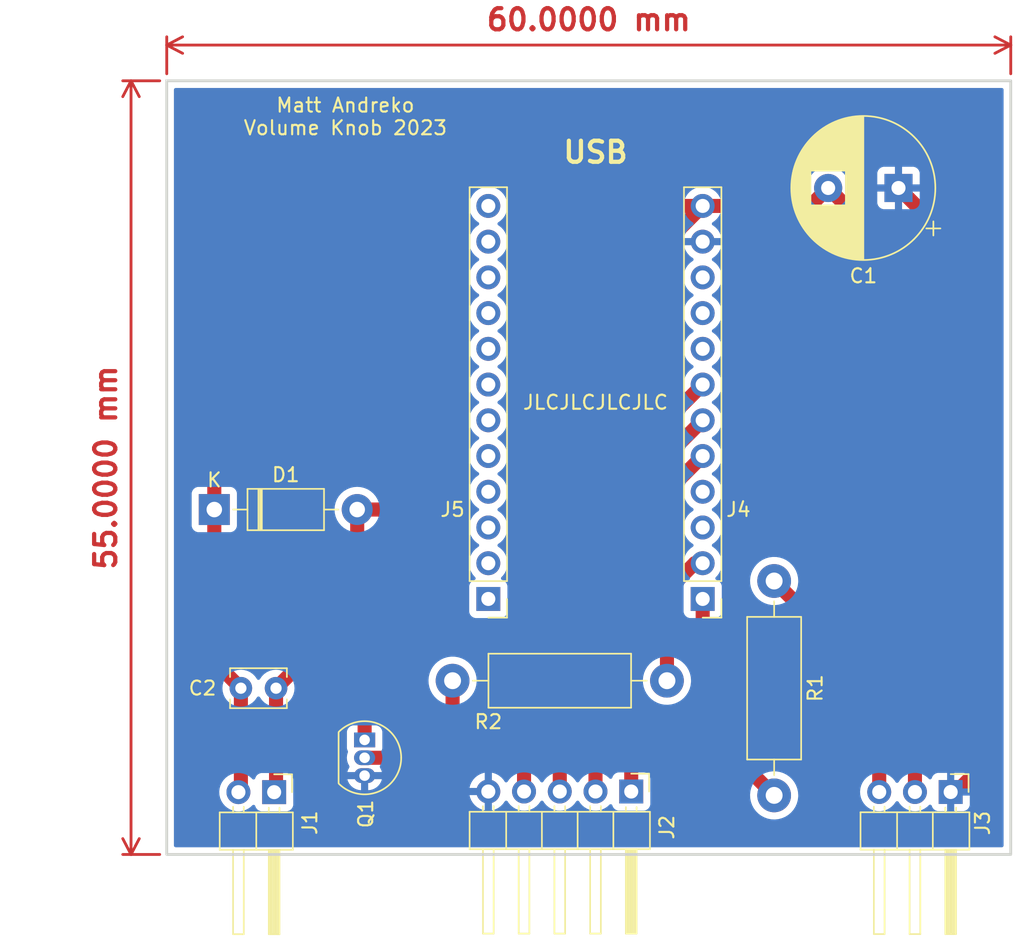
<source format=kicad_pcb>
(kicad_pcb (version 20211014) (generator pcbnew)
  (layers (0 "F.Cu" signal) (31 "B.Cu" signal) (34 "B.Paste" user) (35 "F.Paste" user) (36 "B.SilkS" user "B.Silkscreen") (37 "F.SilkS" user "F.Silkscreen") (38 "B.Mask" user) (39 "F.Mask" user) (44 "Edge.Cuts" user))
  (net 0 "")
  (net 1 "Net-(C2-Pad1)")
  (net 2 "GND")
  (net 4 "Net-(Q1-Pad2)")
  (net 5 "+5V")
  (net 6 "A0")
  (net 7 "A1")
  (net 8 "A2")
  (net 14 "LED_SIGNAL")
  (net 15 "MOTOR_SIGNAL")
  (net 27 "Net-(R1-Pad1)")
  (footprint "Diode_THT:D_DO-41_SOD81_P10.16mm_Horizontal" (layer "F.Cu") (at 51.64 55.88)
    (fp_text reference "D1" (at 5.08 -2.47) (layer "F.SilkS"))
    (fp_text value "1N4007")
    (fp_text user "K" (at 0 -2.1) (layer "F.SilkS"))
    (fp_line (start 7.8 1.47) (end 7.8 -1.47) (layer "F.SilkS") (width 0.12))
    (fp_line (start 3.14 -1.47) (end 3.14 1.47) (layer "F.SilkS") (width 0.12))
    (fp_line (start 3.38 -1.47) (end 3.38 1.47) (layer "F.SilkS") (width 0.12))
    (fp_line (start 3.26 -1.47) (end 3.26 1.47) (layer "F.SilkS") (width 0.12))
    (fp_line (start 1.34 0) (end 2.36 0) (layer "F.SilkS") (width 0.12))
    (fp_line (start 8.82 0) (end 7.8 0) (layer "F.SilkS") (width 0.12))
    (fp_line (start 2.36 -1.47) (end 2.36 1.47) (layer "F.SilkS") (width 0.12))
    (fp_line (start 7.8 -1.47) (end 2.36 -1.47) (layer "F.SilkS") (width 0.12))
    (fp_line (start 2.36 1.47) (end 7.8 1.47) (layer "F.SilkS") (width 0.12))
    (pad "1" thru_hole rect locked (at 0 0) (size 2.2 2.2) (drill 1.1) (layers *.Cu *.Mask) (net 5 "+5V"))
    (pad "2" thru_hole oval locked (at 10.16 0) (size 2.2 2.2) (drill 1.1) (layers *.Cu *.Mask) (net 1 "Net-(C2-Pad1)"))
  )
  (footprint "Package_TO_SOT_THT:TO-92_Inline" (layer "F.Cu") (at 62.326408 72.255457 -90)
    (fp_text reference "Q1" (at 5.262849 -0.081071 90) (layer "F.SilkS"))
    (fp_text value "BC547")
    (fp_line (start -0.53 1.85) (end 3.07 1.85) (layer "F.SilkS") (width 0.12))
    (fp_arc (start 1.27 -2.6) (mid 3.672087 -0.994977) (end 3.108478 1.838478) (layer "F.SilkS") (width 0.12))
    (fp_arc (start -0.568478 1.838478) (mid -1.132087 -0.994977) (end 1.27 -2.6) (layer "F.SilkS") (width 0.12))
    (pad "1" thru_hole rect locked (at 0 0 270) (size 1.05 1.5) (drill 0.75) (layers *.Cu *.Mask) (net 1 "Net-(C2-Pad1)"))
    (pad "2" thru_hole oval locked (at 1.27 0 270) (size 1.05 1.5) (drill 0.75) (layers *.Cu *.Mask) (net 4 "Net-(Q1-Pad2)"))
    (pad "3" thru_hole oval locked (at 2.54 0 270) (size 1.05 1.5) (drill 0.75) (layers *.Cu *.Mask) (net 2 "GND"))
  )
  (footprint "Capacitor_THT:CP_Radial_D10.0mm_P5.00mm" (layer "F.Cu") (at 100.28 33.02 180)
    (fp_text reference "C1" (at 2.5 -6.25) (layer "F.SilkS"))
    (fp_text value "1000µF")
    (fp_line (start 2.98 -5.058) (end 2.98 5.058) (layer "F.SilkS") (width 0.12))
    (fp_line (start 4.061 -4.837) (end 4.061 -1.241) (layer "F.SilkS") (width 0.12))
    (fp_line (start 4.821 -4.525) (end 4.821 -1.241) (layer "F.SilkS") (width 0.12))
    (fp_line (start 3.781 -4.918) (end 3.781 -1.241) (layer "F.SilkS") (width 0.12))
    (fp_line (start 5.661 -3.989) (end 5.661 -1.241) (layer "F.SilkS") (width 0.12))
    (fp_line (start 5.541 1.241) (end 5.541 4.08) (layer "F.SilkS") (width 0.12))
    (fp_line (start 4.581 1.241) (end 4.581 4.639) (layer "F.SilkS") (width 0.12))
    (fp_line (start 5.501 1.241) (end 5.501 4.11) (layer "F.SilkS") (width 0.12))
    (fp_line (start 6.021 -3.679) (end 6.021 -1.241) (layer "F.SilkS") (width 0.12))
    (fp_line (start 5.661 1.241) (end 5.661 3.989) (layer "F.SilkS") (width 0.12))
    (fp_line (start 5.821 -3.858) (end 5.821 -1.241) (layer "F.SilkS") (width 0.12))
    (fp_line (start 7.541 -0.862) (end 7.541 0.862) (layer "F.SilkS") (width 0.12))
    (fp_line (start 4.221 1.241) (end 4.221 4.783) (layer "F.SilkS") (width 0.12))
    (fp_line (start 3.781 1.241) (end 3.781 4.918) (layer "F.SilkS") (width 0.12))
    (fp_line (start 4.101 -4.824) (end 4.101 -1.241) (layer "F.SilkS") (width 0.12))
    (fp_line (start 6.181 -3.52) (end 6.181 -1.241) (layer "F.SilkS") (width 0.12))
    (fp_line (start 6.221 -3.478) (end 6.221 -1.241) (layer "F.SilkS") (width 0.12))
    (fp_line (start 2.5 -5.08) (end 2.5 5.08) (layer "F.SilkS") (width 0.12))
    (fp_line (start 3.901 1.241) (end 3.901 4.885) (layer "F.SilkS") (width 0.12))
    (fp_line (start 4.901 1.241) (end 4.901 4.483) (layer "F.SilkS") (width 0.12))
    (fp_line (start 5.701 1.241) (end 5.701 3.957) (layer "F.SilkS") (width 0.12))
    (fp_line (start 4.621 -4.621) (end 4.621 -1.241) (layer "F.SilkS") (width 0.12))
    (fp_line (start 3.861 -4.897) (end 3.861 -1.241) (layer "F.SilkS") (width 0.12))
    (fp_line (start 3.941 -4.874) (end 3.941 -1.241) (layer "F.SilkS") (width 0.12))
    (fp_line (start 4.941 -4.462) (end 4.941 -1.241) (layer "F.SilkS") (width 0.12))
    (fp_line (start 4.541 -4.657) (end 4.541 -1.241) (layer "F.SilkS") (width 0.12))
    (fp_line (start 4.501 -4.674) (end 4.501 -1.241) (layer "F.SilkS") (width 0.12))
    (fp_line (start 5.021 -4.417) (end 5.021 -1.241) (layer "F.SilkS") (width 0.12))
    (fp_line (start 6.341 -3.347) (end 6.341 3.347) (layer "F.SilkS") (width 0.12))
    (fp_line (start 5.461 1.241) (end 5.461 4.138) (layer "F.SilkS") (width 0.12))
    (fp_line (start 4.461 1.241) (end 4.461 4.69) (layer "F.SilkS") (width 0.12))
    (fp_line (start 6.061 -3.64) (end 6.061 -1.241) (layer "F.SilkS") (width 0.12))
    (fp_line (start 4.061 1.241) (end 4.061 4.837) (layer "F.SilkS") (width 0.12))
    (fp_line (start 5.781 -3.892) (end 5.781 -1.241) (layer "F.SilkS") (width 0.12))
    (fp_line (start 3.861 1.241) (end 3.861 4.897) (layer "F.SilkS") (width 0.12))
    (fp_line (start 5.181 1.241) (end 5.181 4.323) (layer "F.SilkS") (width 0.12))
    (fp_line (start 4.381 -4.723) (end 4.381 -1.241) (layer "F.SilkS") (width 0.12))
    (fp_line (start 7.181 -2.037) (end 7.181 2.037) (layer "F.SilkS") (width 0.12))
    (fp_line (start 6.981 -2.439) (end 6.981 2.439) (layer "F.SilkS") (width 0.12))
    (fp_line (start 5.941 1.241) (end 5.941 3.753) (layer "F.SilkS") (width 0.12))
    (fp_line (start 4.341 -4.738) (end 4.341 -1.241) (layer "F.SilkS") (width 0.12))
    (fp_line (start 7.581 -0.599) (end 7.581 0.599) (layer "F.SilkS") (width 0.12))
    (fp_line (start 4.541 1.241) (end 4.541 4.657) (layer "F.SilkS") (width 0.12))
    (fp_line (start 6.861 -2.645) (end 6.861 2.645) (layer "F.SilkS") (width 0.12))
    (fp_line (start 6.541 -3.106) (end 6.541 3.106) (layer "F.SilkS") (width 0.12))
    (fp_line (start 3.06 -5.05) (end 3.06 5.05) (layer "F.SilkS") (width 0.12))
    (fp_line (start 5.061 1.241) (end 5.061 4.395) (layer "F.SilkS") (width 0.12))
    (fp_line (start 5.621 -4.02) (end 5.621 -1.241) (layer "F.SilkS") (width 0.12))
    (fp_line (start 4.941 1.241) (end 4.941 4.462) (layer "F.SilkS") (width 0.12))
    (fp_line (start 3.421 -4.997) (end 3.421 4.997) (layer "F.SilkS") (width 0.12))
    (fp_line (start 4.781 -4.545) (end 4.781 -1.241) (layer "F.SilkS") (width 0.12))
    (fp_line (start 5.181 -4.323) (end 5.181 -1.241) (layer "F.SilkS") (width 0.12))
    (fp_line (start 6.421 -3.254) (end 6.421 3.254) (layer "F.SilkS") (width 0.12))
    (fp_line (start 5.381 1.241) (end 5.381 4.194) (layer "F.SilkS") (width 0.12))
    (fp_line (start 5.061 -4.395) (end 5.061 -1.241) (layer "F.SilkS") (width 0.12))
    (fp_line (start 7.061 -2.289) (end 7.061 2.289) (layer "F.SilkS") (width 0.12))
    (fp_line (start 4.821 1.241) (end 4.821 4.525) (layer "F.SilkS") (width 0.12))
    (fp_line (start 7.221 -1.944) (end 7.221 1.944) (layer "F.SilkS") (width 0.12))
    (fp_line (start 3.541 -4.974) (end 3.541 4.974) (layer "F.SilkS") (width 0.12))
    (fp_line (start 4.381 1.241) (end 4.381 4.723) (layer "F.SilkS") (width 0.12))
    (fp_line (start 7.301 -1.742) (end 7.301 1.742) (layer "F.SilkS") (width 0.12))
    (fp_line (start 5.141 1.241) (end 5.141 4.347) (layer "F.SilkS") (width 0.12))
    (fp_line (start 5.741 1.241) (end 5.741 3.925) (layer "F.SilkS") (width 0.12))
    (fp_line (start 4.501 1.241) (end 4.501 4.674) (layer "F.SilkS") (width 0.12))
    (fp_line (start 5.221 -4.298) (end 5.221 -1.241) (layer "F.SilkS") (width 0.12))
    (fp_line (start 5.341 -4.221) (end 5.341 -1.241) (layer "F.SilkS") (width 0.12))
    (fp_line (start 3.621 -4.956) (end 3.621 4.956) (layer "F.SilkS") (width 0.12))
    (fp_line (start 5.501 -4.11) (end 5.501 -1.241) (layer "F.SilkS") (width 0.12))
    (fp_line (start 6.221 1.241) (end 6.221 3.478) (layer "F.SilkS") (width 0.12))
    (fp_line (start 5.621 1.241) (end 5.621 4.02) (layer "F.SilkS") (width 0.12))
    (fp_line (start 5.861 -3.824) (end 5.861 -1.241) (layer "F.SilkS") (width 0.12))
    (fp_line (start 6.701 -2.889) (end 6.701 2.889) (layer "F.SilkS") (width 0.12))
    (fp_line (start 5.821 1.241) (end 5.821 3.858) (layer "F.SilkS") (width 0.12))
    (fp_line (start 3.221 -5.03) (end 3.221 5.03) (layer "F.SilkS") (width 0.12))
    (fp_line (start 4.261 1.241) (end 4.261 4.768) (layer "F.SilkS") (width 0.12))
    (fp_line (start 5.741 -3.925) (end 5.741 -1.241) (layer "F.SilkS") (width 0.12))
    (fp_line (start 4.021 1.241) (end 4.021 4.85) (layer "F.SilkS") (width 0.12))
    (fp_line (start 4.981 1.241) (end 4.981 4.44) (layer "F.SilkS") (width 0.12))
    (fp_line (start 4.861 1.241) (end 4.861 4.504) (layer "F.SilkS") (width 0.12))
    (fp_line (start 3.981 -4.862) (end 3.981 -1.241) (layer "F.SilkS") (width 0.12))
    (fp_line (start 3.461 -4.99) (end 3.461 4.99) (layer "F.SilkS") (width 0.12))
    (fp_line (start 5.421 1.241) (end 5.421 4.166) (layer "F.SilkS") (width 0.12))
    (fp_line (start 6.381 -3.301) (end 6.381 3.301) (layer "F.SilkS") (width 0.12))
    (fp_line (start 2.9 -5.065) (end 2.9 5.065) (layer "F.SilkS") (width 0.12))
    (fp_line (start 4.461 -4.69) (end 4.461 -1.241) (layer "F.SilkS") (width 0.12))
    (fp_line (start 6.661 -2.945) (end 6.661 2.945) (layer "F.SilkS") (width 0.12))
    (fp_line (start 5.861 1.241) (end 5.861 3.824) (layer "F.SilkS") (width 0.12))
    (fp_line (start 3.821 1.241) (end 3.821 4.907) (layer "F.SilkS") (width 0.12))
    (fp_line (start 5.101 -4.371) (end 5.101 -1.241) (layer "F.SilkS") (width 0.12))
    (fp_line (start 5.941 -3.753) (end 5.941 -1.241) (layer "F.SilkS") (width 0.12))
    (fp_line (start 3.1 -5.045) (end 3.1 5.045) (layer "F.SilkS") (width 0.12))
    (fp_line (start 6.261 -3.436) (end 6.261 3.436) (layer "F.SilkS") (width 0.12))
    (fp_line (start 5.581 -4.05) (end 5.581 -1.241) (layer "F.SilkS") (width 0.12))
    (fp_line (start 6.141 1.241) (end 6.141 3.561) (layer "F.SilkS") (width 0.12))
    (fp_line (start 7.261 -1.846) (end 7.261 1.846) (layer "F.SilkS") (width 0.12))
    (fp_line (start 7.381 -1.51) (end 7.381 1.51) (layer "F.SilkS") (width 0.12))
    (fp_line (start 5.541 -4.08) (end 5.541 -1.241) (layer "F.SilkS") (width 0.12))
    (fp_line (start 4.141 1.241) (end 4.141 4.811) (layer "F.SilkS") (width 0.12))
    (fp_line (start 6.101 -3.601) (end 6.101 -1.241) (layer "F.SilkS") (width 0.12))
    (fp_line (start 4.621 1.241) (end 4.621 4.621) (layer "F.SilkS") (width 0.12))
    (fp_line (start 6.581 -3.054) (end 6.581 3.054) (layer "F.SilkS") (width 0.12))
    (fp_line (start 6.501 -3.156) (end 6.501 3.156) (layer "F.SilkS") (width 0.12))
    (fp_line (start 5.701 -3.957) (end 5.701 -1.241) (layer "F.SilkS") (width 0.12))
    (fp_line (start 5.781 1.241) (end 5.781 3.892) (layer "F.SilkS") (width 0.12))
    (fp_line (start 4.301 -4.754) (end 4.301 -1.241) (layer "F.SilkS") (width 0.12))
    (fp_line (start 7.421 -1.378) (end 7.421 1.378) (layer "F.SilkS") (width 0.12))
    (fp_line (start 3.341 -5.011) (end 3.341 5.011) (layer "F.SilkS") (width 0.12))
    (fp_line (start 3.381 -5.004) (end 3.381 5.004) (layer "F.SilkS") (width 0.12))
    (fp_line (start 4.701 -4.584) (end 4.701 -1.241) (layer "F.SilkS") (width 0.12))
    (fp_line (start 4.141 -4.811) (end 4.141 -1.241) (layer "F.SilkS") (width 0.12))
    (fp_line (start 2.74 -5.075) (end 2.74 5.075) (layer "F.SilkS") (width 0.12))
    (fp_line (start 3.701 -4.938) (end 3.701 4.938) (layer "F.SilkS") (width 0.12))
    (fp_line (start 6.901 -2.579) (end 6.901 2.579) (layer "F.SilkS") (width 0.12))
    (fp_line (start 4.661 1.241) (end 4.661 4.603) (layer "F.SilkS") (width 0.12))
    (fp_line (start 7.141 -2.125) (end 7.141 2.125) (layer "F.SilkS") (width 0.12))
    (fp_line (start 5.221 1.241) (end 5.221 4.298) (layer "F.SilkS") (width 0.12))
    (fp_line (start 3.301 -5.018) (end 3.301 5.018) (layer "F.SilkS") (width 0.12))
    (fp_line (start 4.861 -4.504) (end 4.861 -1.241) (layer "F.SilkS") (width 0.12))
    (fp_line (start 6.021 1.241) (end 6.021 3.679) (layer "F.SilkS") (width 0.12))
    (fp_line (start 6.301 -3.392) (end 6.301 3.392) (layer "F.SilkS") (width 0.12))
    (fp_line (start 3.941 1.241) (end 3.941 4.874) (layer "F.SilkS") (width 0.12))
    (fp_line (start 4.101 1.241) (end 4.101 4.824) (layer "F.SilkS") (width 0.12))
    (fp_line (start 4.181 -4.797) (end 4.181 -1.241) (layer "F.SilkS") (width 0.12))
    (fp_line (start 4.901 -4.483) (end 4.901 -1.241) (layer "F.SilkS") (width 0.12))
    (fp_line (start 4.181 1.241) (end 4.181 4.797) (layer "F.SilkS") (width 0.12))
    (fp_line (start 2.78 -5.073) (end 2.78 5.073) (layer "F.SilkS") (width 0.12))
    (fp_line (start 3.901 -4.885) (end 3.901 -1.241) (layer "F.SilkS") (width 0.12))
    (fp_line (start 4.421 1.241) (end 4.421 4.707) (layer "F.SilkS") (width 0.12))
    (fp_line (start 4.581 -4.639) (end 4.581 -1.241) (layer "F.SilkS") (width 0.12))
    (fp_line (start 6.621 -3) (end 6.621 3) (layer "F.SilkS") (width 0.12))
    (fp_line (start 4.741 1.241) (end 4.741 4.564) (layer "F.SilkS") (width 0.12))
    (fp_line (start 2.62 -5.079) (end 2.62 5.079) (layer "F.SilkS") (width 0.12))
    (fp_line (start 3.741 -4.928) (end 3.741 4.928) (layer "F.SilkS") (width 0.12))
    (fp_line (start 5.901 -3.789) (end 5.901 -1.241) (layer "F.SilkS") (width 0.12))
    (fp_line (start 4.701 1.241) (end 4.701 4.584) (layer "F.SilkS") (width 0.12))
    (fp_line (start 2.66 -5.078) (end 2.66 5.078) (layer "F.SilkS") (width 0.12))
    (fp_line (start 7.341 -1.63) (end 7.341 1.63) (layer "F.SilkS") (width 0.12))
    (fp_line (start 4.661 -4.603) (end 4.661 -1.241) (layer "F.SilkS") (width 0.12))
    (fp_line (start 2.7 -5.077) (end 2.7 5.077) (layer "F.SilkS") (width 0.12))
    (fp_line (start 3.981 1.241) (end 3.981 4.862) (layer "F.SilkS") (width 0.12))
    (fp_line (start 7.461 -1.23) (end 7.461 1.23) (layer "F.SilkS") (width 0.12))
    (fp_line (start 5.301 -4.247) (end 5.301 -1.241) (layer "F.SilkS") (width 0.12))
    (fp_line (start 6.941 -2.51) (end 6.941 2.51) (layer "F.SilkS") (width 0.12))
    (fp_line (start 3.02 -5.054) (end 3.02 5.054) (layer "F.SilkS") (width 0.12))
    (fp_line (start 6.061 1.241) (end 6.061 3.64) (layer "F.SilkS") (width 0.12))
    (fp_line (start 5.901 1.241) (end 5.901 3.789) (layer "F.SilkS") (width 0.12))
    (fp_line (start 3.581 -4.965) (end 3.581 4.965) (layer "F.SilkS") (width 0.12))
    (fp_line (start 5.261 -4.273) (end 5.261 -1.241) (layer "F.SilkS") (width 0.12))
    (fp_line (start 4.221 -4.783) (end 4.221 -1.241) (layer "F.SilkS") (width 0.12))
    (fp_line (start 5.261 1.241) (end 5.261 4.273) (layer "F.SilkS") (width 0.12))
    (fp_line (start 2.82 -5.07) (end 2.82 5.07) (layer "F.SilkS") (width 0.12))
    (fp_line (start 4.741 -4.564) (end 4.741 -1.241) (layer "F.SilkS") (width 0.12))
    (fp_line (start -2.479646 -3.375) (end -2.479646 -2.375) (layer "F.SilkS") (width 0.12))
    (fp_line (start 6.181 1.241) (end 6.181 3.52) (layer "F.SilkS") (width 0.12))
    (fp_line (start 5.421 -4.166) (end 5.421 -1.241) (layer "F.SilkS") (width 0.12))
    (fp_line (start 4.421 -4.707) (end 4.421 -1.241) (layer "F.SilkS") (width 0.12))
    (fp_line (start 5.021 1.241) (end 5.021 4.417) (layer "F.SilkS") (width 0.12))
    (fp_line (start 5.981 -3.716) (end 5.981 -1.241) (layer "F.SilkS") (width 0.12))
    (fp_line (start 2.54 -5.08) (end 2.54 5.08) (layer "F.SilkS") (width 0.12))
    (fp_line (start 7.501 -1.062) (end 7.501 1.062) (layer "F.SilkS") (width 0.12))
    (fp_line (start 6.101 1.241) (end 6.101 3.601) (layer "F.SilkS") (width 0.12))
    (fp_line (start 3.661 -4.947) (end 3.661 4.947) (layer "F.SilkS") (width 0.12))
    (fp_line (start 5.461 -4.138) (end 5.461 -1.241) (layer "F.SilkS") (width 0.12))
    (fp_line (start 4.021 -4.85) (end 4.021 -1.241) (layer "F.SilkS") (width 0.12))
    (fp_line (start 3.821 -4.907) (end 3.821 -1.241) (layer "F.SilkS") (width 0.12))
    (fp_line (start 7.021 -2.365) (end 7.021 2.365) (layer "F.SilkS") (width 0.12))
    (fp_line (start 3.18 -5.035) (end 3.18 5.035) (layer "F.SilkS") (width 0.12))
    (fp_line (start 5.981 1.241) (end 5.981 3.716) (layer "F.SilkS") (width 0.12))
    (fp_line (start 4.301 1.241) (end 4.301 4.754) (layer "F.SilkS") (width 0.12))
    (fp_line (start -2.979646 -2.875) (end -1.979646 -2.875) (layer "F.SilkS") (width 0.12))
    (fp_line (start 5.341 1.241) (end 5.341 4.221) (layer "F.SilkS") (width 0.12))
    (fp_line (start 2.94 -5.062) (end 2.94 5.062) (layer "F.SilkS") (width 0.12))
    (fp_line (start 6.741 -2.83) (end 6.741 2.83) (layer "F.SilkS") (width 0.12))
    (fp_line (start 5.301 1.241) (end 5.301 4.247) (layer "F.SilkS") (width 0.12))
    (fp_line (start 6.781 -2.77) (end 6.781 2.77) (layer "F.SilkS") (width 0.12))
    (fp_line (start 4.781 1.241) (end 4.781 4.545) (layer "F.SilkS") (width 0.12))
    (fp_line (start 5.581 1.241) (end 5.581 4.05) (layer "F.SilkS") (width 0.12))
    (fp_line (start 4.341 1.241) (end 4.341 4.738) (layer "F.SilkS") (width 0.12))
    (fp_line (start 5.141 -4.347) (end 5.141 -1.241) (layer "F.SilkS") (width 0.12))
    (fp_line (start 5.381 -4.194) (end 5.381 -1.241) (layer "F.SilkS") (width 0.12))
    (fp_line (start 4.261 -4.768) (end 4.261 -1.241) (layer "F.SilkS") (width 0.12))
    (fp_line (start 6.821 -2.709) (end 6.821 2.709) (layer "F.SilkS") (width 0.12))
    (fp_line (start 2.58 -5.08) (end 2.58 5.08) (layer "F.SilkS") (width 0.12))
    (fp_line (start 7.101 -2.209) (end 7.101 2.209) (layer "F.SilkS") (width 0.12))
    (fp_line (start 4.981 -4.44) (end 4.981 -1.241) (layer "F.SilkS") (width 0.12))
    (fp_line (start 2.86 -5.068) (end 2.86 5.068) (layer "F.SilkS") (width 0.12))
    (fp_line (start 6.461 -3.206) (end 6.461 3.206) (layer "F.SilkS") (width 0.12))
    (fp_line (start 5.101 1.241) (end 5.101 4.371) (layer "F.SilkS") (width 0.12))
    (fp_line (start 3.261 -5.024) (end 3.261 5.024) (layer "F.SilkS") (width 0.12))
    (fp_line (start 3.501 -4.982) (end 3.501 4.982) (layer "F.SilkS") (width 0.12))
    (fp_line (start 3.14 -5.04) (end 3.14 5.04) (layer "F.SilkS") (width 0.12))
    (fp_line (start 6.141 -3.561) (end 6.141 -1.241) (layer "F.SilkS") (width 0.12))
    (fp_circle (center 2.5 0) (end 7.62 0) (layer "F.SilkS") (width 0.12) (fill none))
    (pad "1" thru_hole rect locked (at 0 0 180) (size 2 2) (drill 1) (layers *.Cu *.Mask) (net 2 "GND"))
    (pad "2" thru_hole circle locked (at 5 0 180) (size 2 2) (drill 1) (layers *.Cu *.Mask) (net 5 "+5V"))
  )
  (footprint "Capacitor_THT:C_Disc_D3.8mm_W2.6mm_P2.50mm" (layer "F.Cu") (at 56.03 68.58 180)
    (fp_text reference "C2" (at 5.23 0) (layer "F.SilkS"))
    (fp_text value "0.1µF")
    (fp_line (start -0.77 -1.42) (end -0.77 -0.795) (layer "F.SilkS") (width 0.12))
    (fp_line (start -0.77 0.795) (end -0.77 1.42) (layer "F.SilkS") (width 0.12))
    (fp_line (start -0.77 -1.42) (end 3.27 -1.42) (layer "F.SilkS") (width 0.12))
    (fp_line (start -0.77 1.42) (end 3.27 1.42) (layer "F.SilkS") (width 0.12))
    (fp_line (start 3.27 0.795) (end 3.27 1.42) (layer "F.SilkS") (width 0.12))
    (fp_line (start 3.27 -1.42) (end 3.27 -0.795) (layer "F.SilkS") (width 0.12))
    (pad "1" thru_hole circle (at 0 0 180) (size 1.6 1.6) (drill 0.8) (layers *.Cu *.Mask) (net 1 "Net-(C2-Pad1)"))
    (pad "2" thru_hole circle (at 2.5 0 180) (size 1.6 1.6) (drill 0.8) (layers *.Cu *.Mask) (net 5 "+5V"))
  )
  (footprint "Connector_PinHeader_2.54mm:PinHeader_1x02_P2.54mm_Horizontal" (layer "F.Cu") (at 55.895 75.97 -90)
    (fp_text reference "J1" (at 2.175 -2.54 90) (layer "F.SilkS"))
    (fp_text value "Motor")
    (fp_line (start 4.1 -1.33) (end 1.44 -1.33) (layer "F.SilkS") (width 0.12))
    (fp_line (start 1.44 -1.33) (end 1.44 3.87) (layer "F.SilkS") (width 0.12))
    (fp_line (start 1.042929 2.92) (end 1.44 2.92) (layer "F.SilkS") (width 0.12))
    (fp_line (start 4.1 0.04) (end 10.1 0.04) (layer "F.SilkS") (width 0.12))
    (fp_line (start 4.1 2.16) (end 10.1 2.16) (layer "F.SilkS") (width 0.12))
    (fp_line (start 10.1 -0.38) (end 10.1 0.38) (layer "F.SilkS") (width 0.12))
    (fp_line (start 4.1 -0.2) (end 10.1 -0.2) (layer "F.SilkS") (width 0.12))
    (fp_line (start 1.11 -0.38) (end 1.44 -0.38) (layer "F.SilkS") (width 0.12))
    (fp_line (start -1.27 0) (end -1.27 -1.27) (layer "F.SilkS") (width 0.12))
    (fp_line (start 1.11 0.38) (end 1.44 0.38) (layer "F.SilkS") (width 0.12))
    (fp_line (start 4.1 -0.38) (end 10.1 -0.38) (layer "F.SilkS") (width 0.12))
    (fp_line (start 1.44 3.87) (end 4.1 3.87) (layer "F.SilkS") (width 0.12))
    (fp_line (start 10.1 2.92) (end 4.1 2.92) (layer "F.SilkS") (width 0.12))
    (fp_line (start 4.1 -0.08) (end 10.1 -0.08) (layer "F.SilkS") (width 0.12))
    (fp_line (start 1.042929 2.16) (end 1.44 2.16) (layer "F.SilkS") (width 0.12))
    (fp_line (start 10.1 0.38) (end 4.1 0.38) (layer "F.SilkS") (width 0.12))
    (fp_line (start 4.1 0.16) (end 10.1 0.16) (layer "F.SilkS") (width 0.12))
    (fp_line (start 10.1 2.16) (end 10.1 2.92) (layer "F.SilkS") (width 0.12))
    (fp_line (start -1.27 -1.27) (end 0 -1.27) (layer "F.SilkS") (width 0.12))
    (fp_line (start 4.1 0.28) (end 10.1 0.28) (layer "F.SilkS") (width 0.12))
    (fp_line (start 4.1 -0.32) (end 10.1 -0.32) (layer "F.SilkS") (width 0.12))
    (fp_line (start 1.44 1.27) (end 4.1 1.27) (layer "F.SilkS") (width 0.12))
    (fp_line (start 4.1 3.87) (end 4.1 -1.33) (layer "F.SilkS") (width 0.12))
    (pad "1" thru_hole rect locked (at 0 0 270) (size 1.7 1.7) (drill 1) (layers *.Cu *.Mask) (net 1 "Net-(C2-Pad1)"))
    (pad "2" thru_hole oval locked (at 0 2.54 270) (size 1.7 1.7) (drill 1) (layers *.Cu *.Mask) (net 5 "+5V"))
  )
  (footprint "Connector_PinHeader_2.54mm:PinHeader_1x05_P2.54mm_Horizontal" (layer "F.Cu") (at 81.28 75.925 -90)
    (fp_text reference "J2" (at 2.54 -2.535 90) (layer "F.SilkS"))
    (fp_text value "RotaryEncoder")
    (fp_line (start 4.1 -0.32) (end 10.1 -0.32) (layer "F.SilkS") (width 0.12))
    (fp_line (start 10.1 10.54) (end 4.1 10.54) (layer "F.SilkS") (width 0.12))
    (fp_line (start 1.44 1.27) (end 4.1 1.27) (layer "F.SilkS") (width 0.12))
    (fp_line (start 1.44 8.89) (end 4.1 8.89) (layer "F.SilkS") (width 0.12))
    (fp_line (start -1.27 0) (end -1.27 -1.27) (layer "F.SilkS") (width 0.12))
    (fp_line (start 1.042929 9.78) (end 1.44 9.78) (layer "F.SilkS") (width 0.12))
    (fp_line (start 4.1 0.16) (end 10.1 0.16) (layer "F.SilkS") (width 0.12))
    (fp_line (start 1.042929 2.16) (end 1.44 2.16) (layer "F.SilkS") (width 0.12))
    (fp_line (start 4.1 -0.08) (end 10.1 -0.08) (layer "F.SilkS") (width 0.12))
    (fp_line (start 1.44 6.35) (end 4.1 6.35) (layer "F.SilkS") (width 0.12))
    (fp_line (start 10.1 2.16) (end 10.1 2.92) (layer "F.SilkS") (width 0.12))
    (fp_line (start 4.1 2.16) (end 10.1 2.16) (layer "F.SilkS") (width 0.12))
    (fp_line (start 10.1 4.7) (end 10.1 5.46) (layer "F.SilkS") (width 0.12))
    (fp_line (start 10.1 9.78) (end 10.1 10.54) (layer "F.SilkS") (width 0.12))
    (fp_line (start 10.1 8) (end 4.1 8) (layer "F.SilkS") (width 0.12))
    (fp_line (start 4.1 0.04) (end 10.1 0.04) (layer "F.SilkS") (width 0.12))
    (fp_line (start 4.1 4.7) (end 10.1 4.7) (layer "F.SilkS") (width 0.12))
    (fp_line (start 4.1 -0.2) (end 10.1 -0.2) (layer "F.SilkS") (width 0.12))
    (fp_line (start 4.1 -1.33) (end 1.44 -1.33) (layer "F.SilkS") (width 0.12))
    (fp_line (start 1.44 3.81) (end 4.1 3.81) (layer "F.SilkS") (width 0.12))
    (fp_line (start 4.1 9.78) (end 10.1 9.78) (layer "F.SilkS") (width 0.12))
    (fp_line (start 1.042929 7.24) (end 1.44 7.24) (layer "F.SilkS") (width 0.12))
    (fp_line (start 1.042929 8) (end 1.44 8) (layer "F.SilkS") (width 0.12))
    (fp_line (start 10.1 7.24) (end 10.1 8) (layer "F.SilkS") (width 0.12))
    (fp_line (start 10.1 5.46) (end 4.1 5.46) (layer "F.SilkS") (width 0.12))
    (fp_line (start 10.1 2.92) (end 4.1 2.92) (layer "F.SilkS") (width 0.12))
    (fp_line (start 1.042929 5.46) (end 1.44 5.46) (layer "F.SilkS") (width 0.12))
    (fp_line (start 1.44 -1.33) (end 1.44 11.49) (layer "F.SilkS") (width 0.12))
    (fp_line (start 1.042929 4.7) (end 1.44 4.7) (layer "F.SilkS") (width 0.12))
    (fp_line (start 4.1 0.28) (end 10.1 0.28) (layer "F.SilkS") (width 0.12))
    (fp_line (start 10.1 0.38) (end 4.1 0.38) (layer "F.SilkS") (width 0.12))
    (fp_line (start 4.1 -0.38) (end 10.1 -0.38) (layer "F.SilkS") (width 0.12))
    (fp_line (start 10.1 -0.38) (end 10.1 0.38) (layer "F.SilkS") (width 0.12))
    (fp_line (start 1.042929 10.54) (end 1.44 10.54) (layer "F.SilkS") (width 0.12))
    (fp_line (start 1.44 11.49) (end 4.1 11.49) (layer "F.SilkS") (width 0.12))
    (fp_line (start 4.1 7.24) (end 10.1 7.24) (layer "F.SilkS") (width 0.12))
    (fp_line (start -1.27 -1.27) (end 0 -1.27) (layer "F.SilkS") (width 0.12))
    (fp_line (start 1.11 0.38) (end 1.44 0.38) (layer "F.SilkS") (width 0.12))
    (fp_line (start 1.11 -0.38) (end 1.44 -0.38) (layer "F.SilkS") (width 0.12))
    (fp_line (start 1.042929 2.92) (end 1.44 2.92) (layer "F.SilkS") (width 0.12))
    (fp_line (start 4.1 11.49) (end 4.1 -1.33) (layer "F.SilkS") (width 0.12))
    (pad "1" thru_hole rect locked (at 0 0 270) (size 1.7 1.7) (drill 1) (layers *.Cu *.Mask) (net 6 "A0"))
    (pad "2" thru_hole oval locked (at 0 2.54 270) (size 1.7 1.7) (drill 1) (layers *.Cu *.Mask) (net 7 "A1"))
    (pad "3" thru_hole oval locked (at 0 5.08 270) (size 1.7 1.7) (drill 1) (layers *.Cu *.Mask) (net 8 "A2"))
    (pad "4" thru_hole oval locked (at 0 7.62 270) (size 1.7 1.7) (drill 1) (layers *.Cu *.Mask) (net 5 "+5V"))
    (pad "5" thru_hole oval locked (at 0 10.16 270) (size 1.7 1.7) (drill 1) (layers *.Cu *.Mask) (net 2 "GND"))
  )
  (footprint "Connector_PinHeader_2.54mm:PinHeader_1x03_P2.54mm_Horizontal" (layer "F.Cu") (at 103.99 75.96 -90)
    (fp_text reference "J3" (at 2.21 -2.27 90) (layer "F.SilkS"))
    (fp_text value "LED")
    (fp_line (start 1.44 6.41) (end 4.1 6.41) (layer "F.SilkS") (width 0.12))
    (fp_line (start 4.1 6.41) (end 4.1 -1.33) (layer "F.SilkS") (width 0.12))
    (fp_line (start 4.1 0.16) (end 10.1 0.16) (layer "F.SilkS") (width 0.12))
    (fp_line (start 4.1 -0.38) (end 10.1 -0.38) (layer "F.SilkS") (width 0.12))
    (fp_line (start 1.042929 2.92) (end 1.44 2.92) (layer "F.SilkS") (width 0.12))
    (fp_line (start 4.1 2.16) (end 10.1 2.16) (layer "F.SilkS") (width 0.12))
    (fp_line (start -1.27 -1.27) (end 0 -1.27) (layer "F.SilkS") (width 0.12))
    (fp_line (start 1.042929 4.7) (end 1.44 4.7) (layer "F.SilkS") (width 0.12))
    (fp_line (start 10.1 4.7) (end 10.1 5.46) (layer "F.SilkS") (width 0.12))
    (fp_line (start 4.1 -0.2) (end 10.1 -0.2) (layer "F.SilkS") (width 0.12))
    (fp_line (start -1.27 0) (end -1.27 -1.27) (layer "F.SilkS") (width 0.12))
    (fp_line (start 1.44 -1.33) (end 1.44 6.41) (layer "F.SilkS") (width 0.12))
    (fp_line (start 4.1 0.28) (end 10.1 0.28) (layer "F.SilkS") (width 0.12))
    (fp_line (start 10.1 5.46) (end 4.1 5.46) (layer "F.SilkS") (width 0.12))
    (fp_line (start 10.1 -0.38) (end 10.1 0.38) (layer "F.SilkS") (width 0.12))
    (fp_line (start 1.042929 2.16) (end 1.44 2.16) (layer "F.SilkS") (width 0.12))
    (fp_line (start 10.1 2.92) (end 4.1 2.92) (layer "F.SilkS") (width 0.12))
    (fp_line (start 1.11 0.38) (end 1.44 0.38) (layer "F.SilkS") (width 0.12))
    (fp_line (start 10.1 2.16) (end 10.1 2.92) (layer "F.SilkS") (width 0.12))
    (fp_line (start 4.1 -0.32) (end 10.1 -0.32) (layer "F.SilkS") (width 0.12))
    (fp_line (start 1.11 -0.38) (end 1.44 -0.38) (layer "F.SilkS") (width 0.12))
    (fp_line (start 4.1 0.04) (end 10.1 0.04) (layer "F.SilkS") (width 0.12))
    (fp_line (start 1.042929 5.46) (end 1.44 5.46) (layer "F.SilkS") (width 0.12))
    (fp_line (start 4.1 -1.33) (end 1.44 -1.33) (layer "F.SilkS") (width 0.12))
    (fp_line (start 1.44 1.27) (end 4.1 1.27) (layer "F.SilkS") (width 0.12))
    (fp_line (start 4.1 -0.08) (end 10.1 -0.08) (layer "F.SilkS") (width 0.12))
    (fp_line (start 1.44 3.81) (end 4.1 3.81) (layer "F.SilkS") (width 0.12))
    (fp_line (start 4.1 4.7) (end 10.1 4.7) (layer "F.SilkS") (width 0.12))
    (fp_line (start 10.1 0.38) (end 4.1 0.38) (layer "F.SilkS") (width 0.12))
    (pad "1" thru_hole rect locked (at 0 0 270) (size 1.7 1.7) (drill 1) (layers *.Cu *.Mask) (net 2 "GND"))
    (pad "2" thru_hole oval locked (at 0 2.54 270) (size 1.7 1.7) (drill 1) (layers *.Cu *.Mask) (net 5 "+5V"))
    (pad "3" thru_hole oval locked (at 0 5.08 270) (size 1.7 1.7) (drill 1) (layers *.Cu *.Mask) (net 27 "Net-(R1-Pad1)"))
  )
  (footprint "Connector_PinHeader_2.54mm:PinHeader_1x12_P2.54mm_Vertical" (layer "F.Cu") (at 86.36 62.235 180)
    (fp_text reference "J4" (at -2.54 6.355) (layer "F.SilkS"))
    (fp_text value "ArduinoLeft")
    (fp_line (start -1.33 -1.33) (end 0 -1.33) (layer "F.SilkS") (width 0.12))
    (fp_line (start -1.33 1.27) (end 1.33 1.27) (layer "F.SilkS") (width 0.12))
    (fp_line (start -1.33 1.27) (end -1.33 29.27) (layer "F.SilkS") (width 0.12))
    (fp_line (start -1.33 0) (end -1.33 -1.33) (layer "F.SilkS") (width 0.12))
    (fp_line (start -1.33 29.27) (end 1.33 29.27) (layer "F.SilkS") (width 0.12))
    (fp_line (start 1.33 1.27) (end 1.33 29.27) (layer "F.SilkS") (width 0.12))
    (pad "1" thru_hole rect locked (at 0 0 180) (size 1.7 1.7) (drill 1) (layers *.Cu *.Mask) (net 14 "LED_SIGNAL"))
    (pad "2" thru_hole oval locked (at 0 2.54 180) (size 1.7 1.7) (drill 1) (layers *.Cu *.Mask) (net 15 "MOTOR_SIGNAL"))
    (pad "3" thru_hole oval locked (at 0 5.08 180) (size 1.7 1.7) (drill 1) (layers *.Cu *.Mask))
    (pad "4" thru_hole oval locked (at 0 7.62 180) (size 1.7 1.7) (drill 1) (layers *.Cu *.Mask))
    (pad "5" thru_hole oval locked (at 0 10.16 180) (size 1.7 1.7) (drill 1) (layers *.Cu *.Mask) (net 6 "A0"))
    (pad "6" thru_hole oval locked (at 0 12.7 180) (size 1.7 1.7) (drill 1) (layers *.Cu *.Mask) (net 7 "A1"))
    (pad "7" thru_hole oval locked (at 0 15.24 180) (size 1.7 1.7) (drill 1) (layers *.Cu *.Mask) (net 8 "A2"))
    (pad "8" thru_hole oval locked (at 0 17.78 180) (size 1.7 1.7) (drill 1) (layers *.Cu *.Mask))
    (pad "9" thru_hole oval locked (at 0 20.32 180) (size 1.7 1.7) (drill 1) (layers *.Cu *.Mask))
    (pad "10" thru_hole oval locked (at 0 22.86 180) (size 1.7 1.7) (drill 1) (layers *.Cu *.Mask))
    (pad "11" thru_hole oval locked (at 0 25.4 180) (size 1.7 1.7) (drill 1) (layers *.Cu *.Mask) (net 2 "GND"))
    (pad "12" thru_hole oval locked (at 0 27.94 180) (size 1.7 1.7) (drill 1) (layers *.Cu *.Mask) (net 5 "+5V"))
  )
  (footprint "Connector_PinHeader_2.54mm:PinHeader_1x12_P2.54mm_Vertical" (layer "F.Cu") (at 71.12 62.235 180)
    (fp_text reference "J5" (at 2.54 6.355) (layer "F.SilkS"))
    (fp_text value "ArduinoRight")
    (fp_line (start -1.33 1.27) (end 1.33 1.27) (layer "F.SilkS") (width 0.12))
    (fp_line (start -1.33 -1.33) (end 0 -1.33) (layer "F.SilkS") (width 0.12))
    (fp_line (start 1.33 1.27) (end 1.33 29.27) (layer "F.SilkS") (width 0.12))
    (fp_line (start -1.33 1.27) (end -1.33 29.27) (layer "F.SilkS") (width 0.12))
    (fp_line (start -1.33 0) (end -1.33 -1.33) (layer "F.SilkS") (width 0.12))
    (fp_line (start -1.33 29.27) (end 1.33 29.27) (layer "F.SilkS") (width 0.12))
    (pad "1" thru_hole rect locked (at 0 0 180) (size 1.7 1.7) (drill 1) (layers *.Cu *.Mask))
    (pad "2" thru_hole oval locked (at 0 2.54 180) (size 1.7 1.7) (drill 1) (layers *.Cu *.Mask))
    (pad "3" thru_hole oval locked (at 0 5.08 180) (size 1.7 1.7) (drill 1) (layers *.Cu *.Mask))
    (pad "4" thru_hole oval locked (at 0 7.62 180) (size 1.7 1.7) (drill 1) (layers *.Cu *.Mask))
    (pad "5" thru_hole oval locked (at 0 10.16 180) (size 1.7 1.7) (drill 1) (layers *.Cu *.Mask))
    (pad "6" thru_hole oval locked (at 0 12.7 180) (size 1.7 1.7) (drill 1) (layers *.Cu *.Mask))
    (pad "7" thru_hole oval locked (at 0 15.24 180) (size 1.7 1.7) (drill 1) (layers *.Cu *.Mask))
    (pad "8" thru_hole oval locked (at 0 17.78 180) (size 1.7 1.7) (drill 1) (layers *.Cu *.Mask))
    (pad "9" thru_hole oval locked (at 0 20.32 180) (size 1.7 1.7) (drill 1) (layers *.Cu *.Mask))
    (pad "10" thru_hole oval locked (at 0 22.86 180) (size 1.7 1.7) (drill 1) (layers *.Cu *.Mask))
    (pad "11" thru_hole oval locked (at 0 25.4 180) (size 1.7 1.7) (drill 1) (layers *.Cu *.Mask))
    (pad "12" thru_hole oval locked (at 0 27.94 180) (size 1.7 1.7) (drill 1) (layers *.Cu *.Mask))
  )
  (footprint "Resistor_THT:R_Axial_DIN0411_L9.9mm_D3.6mm_P15.24mm_Horizontal" (layer "F.Cu") (at 91.44 60.96 -90)
    (fp_text reference "R1" (at 7.62 -2.92 -270) (layer "F.SilkS"))
    (fp_text value "470ohm")
    (fp_line (start 12.69 1.92) (end 12.69 -1.92) (layer "F.SilkS") (width 0.12))
    (fp_line (start 2.55 1.92) (end 12.69 1.92) (layer "F.SilkS") (width 0.12))
    (fp_line (start 2.55 -1.92) (end 2.55 1.92) (layer "F.SilkS") (width 0.12))
    (fp_line (start 1.44 0) (end 2.55 0) (layer "F.SilkS") (width 0.12))
    (fp_line (start 12.69 -1.92) (end 2.55 -1.92) (layer "F.SilkS") (width 0.12))
    (fp_line (start 13.8 0) (end 12.69 0) (layer "F.SilkS") (width 0.12))
    (pad "1" thru_hole circle locked (at 0 0 270) (size 2.4 2.4) (drill 1.2) (layers *.Cu *.Mask) (net 27 "Net-(R1-Pad1)"))
    (pad "2" thru_hole oval locked (at 15.24 0 270) (size 2.4 2.4) (drill 1.2) (layers *.Cu *.Mask) (net 14 "LED_SIGNAL"))
  )
  (footprint "Resistor_THT:R_Axial_DIN0411_L9.9mm_D3.6mm_P15.24mm_Horizontal" (layer "F.Cu") (at 83.82 68.047361 180)
    (fp_text reference "R2" (at 12.7 -2.92) (layer "F.SilkS"))
    (fp_text value "1kohm")
    (fp_line (start 2.55 -1.92) (end 2.55 1.92) (layer "F.SilkS") (width 0.12))
    (fp_line (start 12.69 1.92) (end 12.69 -1.92) (layer "F.SilkS") (width 0.12))
    (fp_line (start 2.55 1.92) (end 12.69 1.92) (layer "F.SilkS") (width 0.12))
    (fp_line (start 13.8 0) (end 12.69 0) (layer "F.SilkS") (width 0.12))
    (fp_line (start 1.44 0) (end 2.55 0) (layer "F.SilkS") (width 0.12))
    (fp_line (start 12.69 -1.92) (end 2.55 -1.92) (layer "F.SilkS") (width 0.12))
    (pad "1" thru_hole circle locked (at 0 0 180) (size 2.4 2.4) (drill 1.2) (layers *.Cu *.Mask) (net 15 "MOTOR_SIGNAL"))
    (pad "2" thru_hole oval locked (at 15.24 0 180) (size 2.4 2.4) (drill 1.2) (layers *.Cu *.Mask) (net 4 "Net-(Q1-Pad2)"))
  )
  (gr_rect (start 76.2 27.94) (end 81.28 33.02) (layer "F.Cu") (width 0.2) (fill none))
  (gr_rect (start 48.26 25.4) (end 108.26 80.4) (layer "Edge.Cuts") (width 0.2) (fill none))
  (gr_text "JLCJLCJLCJLC" (at 78.74 48.26) (layer "F.SilkS") (effects (font (size 1 1))))
  (gr_text "Matt Andreko\nVolume Knob 2023" (at 60.96 27.94) (layer "F.SilkS") (effects (font (size 1 1))))
  (gr_text "USB" (at 78.74 30.48) (layer "F.SilkS") (effects (font (size 1.5 1.5) (thickness 0.3))))
  (dimension (type aligned) (layer "F.Cu") (pts (xy 48.26 25.4) (xy 108.26 25.4)) (height -2.54) (gr_text "60.0000 mm" (at 78.26 21.06) (layer "F.Cu") (effects (font (size 1.5 1.5) (thickness 0.3)))) (format (units 3) (units_format 1) (precision 4)) (style (thickness 0.2) (arrow_length 1.27) (text_position_mode 0) (extension_height 0.58642) (extension_offset 0.5) keep_text_aligned))
  (dimension (type aligned) (layer "F.Cu") (pts (xy 48.26 80.4) (xy 48.26 25.4)) (height -2.54) (gr_text "55.0000 mm" (at 43.92 52.9 90) (layer "F.Cu") (effects (font (size 1.5 1.5) (thickness 0.3)))) (format (units 3) (units_format 1) (precision 4)) (style (thickness 0.2) (arrow_length 1.27) (text_position_mode 0) (extension_height 0.58642) (extension_offset 0.5) keep_text_aligned))
  (segment (start 56.03 75.835) (end 55.895 75.97) (width 1) (layer "F.Cu") (net 1))
  (segment (start 56.03 68.58) (end 56.03 75.835) (width 1) (layer "F.Cu") (net 1))
  (segment (start 61.8 55.88) (end 61.8 62.81) (width 1) (layer "F.Cu") (net 1))
  (segment (start 66.04 63.5) (end 62.326408 67.213592) (width 1) (layer "F.Cu") (net 1))
  (segment (start 63.5 55.88) (end 66.04 58.42) (width 1) (layer "F.Cu") (net 1))
  (segment (start 62.326408 67.213592) (end 62.326408 72.255457) (width 1) (layer "F.Cu") (net 1))
  (segment (start 56.03 76.415) (end 55.88 76.565) (width 0.25) (layer "F.Cu") (net 1))
  (segment (start 61.8 55.88) (end 63.5 55.88) (width 1) (layer "F.Cu") (net 1))
  (segment (start 66.04 58.42) (end 66.04 63.5) (width 1) (layer "F.Cu") (net 1))
  (segment (start 56.03 76.095) (end 55.88 76.245) (width 1) (layer "F.Cu") (net 1))
  (segment (start 61.8 62.81) (end 56.03 68.58) (width 1) (layer "F.Cu") (net 1))
  (segment (start 106.68 39.42) (end 106.68 73.66) (width 1) (layer "F.Cu") (net 2))
  (segment (start 100.28 33.02) (end 106.68 39.42) (width 1) (layer "F.Cu") (net 2))
  (segment (start 104.38 75.96) (end 103.99 75.96) (width 1) (layer "F.Cu") (net 2))
  (segment (start 106.68 73.66) (end 104.38 75.96) (width 1) (layer "F.Cu") (net 2))
  (arc (start 106.68 73.66) (mid 106.678162 73.669239) (end 106.672929 73.677071) (width 0.25) (layer "F.Cu") (net 2))
  (segment (start 68.58 71.12) (end 66.04 73.66) (width 1) (layer "F.Cu") (net 4))
  (segment (start 66.04 73.66) (end 65.905457 73.525457) (width 1) (layer "F.Cu") (net 4))
  (segment (start 65.905457 73.525457) (end 62.326408 73.525457) (width 1) (layer "F.Cu") (net 4))
  (segment (start 68.58 68.047361) (end 68.58 71.12) (width 1) (layer "F.Cu") (net 4))
  (segment (start 72.528629 30.48) (end 76.343629 34.295) (width 1) (layer "F.Cu") (net 5))
  (segment (start 51.64 66.69) (end 53.53 68.58) (width 1) (layer "F.Cu") (net 5))
  (segment (start 104.14 71.12) (end 101.45 73.81) (width 1) (layer "F.Cu") (net 5))
  (segment (start 53.53 76.375) (end 53.34 76.565) (width 0.25) (layer "F.Cu") (net 5))
  (segment (start 76.343629 34.295) (end 86.36 34.295) (width 1) (layer "F.Cu") (net 5))
  (segment (start 51.64 55.88) (end 51.64 37.26) (width 1) (layer "F.Cu") (net 5))
  (segment (start 58.42 30.48) (end 72.528629 30.48) (width 1) (layer "F.Cu") (net 5))
  (segment (start 86.36 34.295) (end 94.005 34.295) (width 1) (layer "F.Cu") (net 5))
  (segment (start 73.66 46.995) (end 86.36 34.295) (width 1) (layer "F.Cu") (net 5))
  (segment (start 53.53 68.58) (end 53.53 75.795) (width 1) (layer "F.Cu") (net 5))
  (segment (start 53.53 76.055) (end 53.34 76.245) (width 1) (layer "F.Cu") (net 5))
  (segment (start 73.66 75.925) (end 73.66 46.995) (width 1) (layer "F.Cu") (net 5))
  (segment (start 104.14 41.88) (end 95.28 33.02) (width 1) (layer "F.Cu") (net 5))
  (segment (start 53.53 75.795) (end 53.355 75.97) (width 1) (layer "F.Cu") (net 5))
  (segment (start 104.14 71.12) (end 104.14 41.88) (width 1) (layer "F.Cu") (net 5))
  (segment (start 51.64 55.88) (end 51.64 66.69) (width 1) (layer "F.Cu") (net 5))
  (segment (start 101.45 73.81) (end 101.45 75.96) (width 1) (layer "F.Cu") (net 5))
  (segment (start 51.64 37.26) (end 58.42 30.48) (width 1) (layer "F.Cu") (net 5))
  (segment (start 94.005 34.295) (end 95.28 33.02) (width 1) (layer "F.Cu") (net 5))
  (segment (start 86.36 52.075) (end 81.28 57.155) (width 1) (layer "F.Cu") (net 6))
  (segment (start 81.28 57.155) (end 81.28 75.925) (width 1) (layer "F.Cu") (net 6))
  (segment (start 81.28 76.2) (end 81.285 76.2) (width 1) (layer "F.Cu") (net 6))
  (segment (start 81.28 57.155) (end 81.285 57.16) (width 1) (layer "F.Cu") (net 6))
  (arc (start 81.28 76.187929) (mid 81.2813 76.194461) (end 81.285 76.2) (width 0.25) (layer "F.Cu") (net 6))
  (segment (start 86.36 49.535) (end 78.74 57.155) (width 1) (layer "F.Cu") (net 7))
  (segment (start 78.74 57.155) (end 78.74 75.925) (width 1) (layer "F.Cu") (net 7))
  (arc (start 78.74 76.187929) (mid 78.741299 76.194462) (end 78.745 76.2) (width 1) (layer "F.Cu") (net 7))
  (segment (start 86.36 46.995) (end 76.2 57.155) (width 1) (layer "F.Cu") (net 8))
  (segment (start 76.2 57.155) (end 76.2 75.925) (width 1) (layer "F.Cu") (net 8))
  (arc (start 76.2 76.187929) (mid 76.2013 76.194461) (end 76.205 76.2) (width 0.25) (layer "F.Cu") (net 8))
  (segment (start 86.36 62.235) (end 86.36 71.12) (width 1) (layer "F.Cu") (net 14))
  (segment (start 86.36 71.12) (end 91.44 76.2) (width 1) (layer "F.Cu") (net 14))
  (segment (start 83.82 68.047361) (end 83.82 61.675) (width 1) (layer "F.Cu") (net 15))
  (segment (start 85.8 59.695) (end 86.36 59.695) (width 1) (layer "F.Cu") (net 15))
  (segment (start 83.82 61.675) (end 85.8 59.695) (width 1) (layer "F.Cu") (net 15))
  (segment (start 98.91 68.43) (end 98.91 75.96) (width 1) (layer "F.Cu") (net 27))
  (segment (start 91.44 60.96) (end 98.91 68.43) (width 1) (layer "F.Cu") (net 27))
  (arc (start 98.74 76.53) (mid 98.741838 76.520761) (end 98.747071 76.512929) (width 0.25) (layer "F.Cu") (net 27))
  (zone (net 2) (net_name "GND") (layer "B.Cu") (connect_pads (clearance 0.508)) (min_thickness 0.254) (fill yes (thermal_gap 0.508) (thermal_bridge_width 0.508))
    (polygon (pts (xy 109.22 81.28) (xy 48.26 81.28) (xy 48.26 25.4) (xy 109.22 25.4)))
  )
)
</source>
